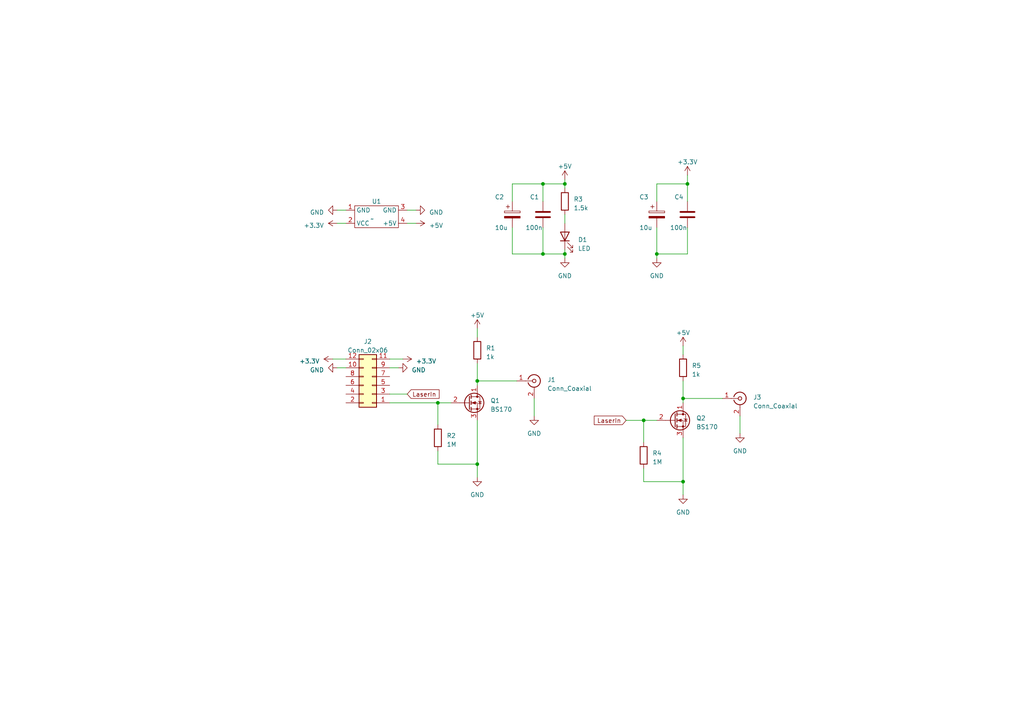
<source format=kicad_sch>
(kicad_sch (version 20230121) (generator eeschema)
  (paper "A4")
  (title_block (title "Laser ON/ OFF") (date "2023-05-25") (company "elektrotechnik2go.de") (comment 1 "Johann Schmid"))
  (lib_symbols
    (symbol "Connector:Conn_Coaxial" (pin_names (offset 1.016) hide)
      (property "Reference" "J" (at 0.254 3.048 0))
      (property "Value" "Conn_Coaxial" (at 2.921 0 90))
      (symbol "Conn_Coaxial_0_1"
        (arc (start -1.778 -0.508) (mid 0.2311 -1.8066) (end 1.778 0) (stroke (width 0.254)))
        (polyline (pts (xy -2.54 0) (xy -0.508 0)))
        (polyline (pts (xy 0 -2.54) (xy 0 -1.778)))
        (circle (center 0 0) (radius 0.508) (stroke (width 0.2032)))
        (arc (start 1.778 0) (mid 0.2099 1.8101) (end -1.778 0.508) (stroke (width 0.254)))
      )
      (symbol "Conn_Coaxial_1_1"
        (pin passive line (at -5.08 0 0) (length 2.54) (name "In") (number "1"))
        (pin passive line (at 0 -5.08 90) (length 2.54) (name "Ext") (number "2"))
      )
    )
    (symbol "Connector_Generic:Conn_02x06_Odd_Even" (pin_names (offset 1.016) hide)
      (property "Reference" "J" (at 1.27 7.62 0))
      (property "Value" "Conn_02x06_Odd_Even" (at 1.27 -10.16 0))
      (symbol "Conn_02x06_Odd_Even_1_1"
        (rectangle (start -1.27 -7.493) (end 0 -7.747) (stroke (width 0.1524)))
        (rectangle (start -1.27 -4.953) (end 0 -5.207) (stroke (width 0.1524)))
        (rectangle (start -1.27 -2.413) (end 0 -2.667) (stroke (width 0.1524)))
        (rectangle (start -1.27 0.127) (end 0 -0.127) (stroke (width 0.1524)))
        (rectangle (start -1.27 2.667) (end 0 2.413) (stroke (width 0.1524)))
        (rectangle (start -1.27 5.207) (end 0 4.953) (stroke (width 0.1524)))
        (rectangle (start -1.27 6.35) (end 3.81 -8.89) (stroke (width 0.254)) (fill (type background)))
        (rectangle (start 3.81 -7.493) (end 2.54 -7.747) (stroke (width 0.1524)))
        (rectangle (start 3.81 -4.953) (end 2.54 -5.207) (stroke (width 0.1524)))
        (rectangle (start 3.81 -2.413) (end 2.54 -2.667) (stroke (width 0.1524)))
        (rectangle (start 3.81 0.127) (end 2.54 -0.127) (stroke (width 0.1524)))
        (rectangle (start 3.81 2.667) (end 2.54 2.413) (stroke (width 0.1524)))
        (rectangle (start 3.81 5.207) (end 2.54 4.953) (stroke (width 0.1524)))
        (pin passive line (at -5.08 5.08 0) (length 3.81) (name "Pin_1") (number "1"))
        (pin passive line (at 7.62 -5.08 180) (length 3.81) (name "Pin_10") (number "10"))
        (pin passive line (at -5.08 -7.62 0) (length 3.81) (name "Pin_11") (number "11"))
        (pin passive line (at 7.62 -7.62 180) (length 3.81) (name "Pin_12") (number "12"))
        (pin passive line (at 7.62 5.08 180) (length 3.81) (name "Pin_2") (number "2"))
        (pin passive line (at -5.08 2.54 0) (length 3.81) (name "Pin_3") (number "3"))
        (pin passive line (at 7.62 2.54 180) (length 3.81) (name "Pin_4") (number "4"))
        (pin passive line (at -5.08 0 0) (length 3.81) (name "Pin_5") (number "5"))
        (pin passive line (at 7.62 0 180) (length 3.81) (name "Pin_6") (number "6"))
        (pin passive line (at -5.08 -2.54 0) (length 3.81) (name "Pin_7") (number "7"))
        (pin passive line (at 7.62 -2.54 180) (length 3.81) (name "Pin_8") (number "8"))
        (pin passive line (at -5.08 -5.08 0) (length 3.81) (name "Pin_9") (number "9"))
      )
    )
    (symbol "Device:C" (pin_numbers hide) (pin_names (offset 0.254))
      (property "Reference" "C" (at 0.635 2.54 0))
      (property "Value" "C" (at 0.635 -2.54 0))
      (symbol "C_0_1"
        (polyline (pts (xy -2.032 -0.762) (xy 2.032 -0.762)) (stroke (width 0.508)))
        (polyline (pts (xy -2.032 0.762) (xy 2.032 0.762)) (stroke (width 0.508)))
      )
      (symbol "C_1_1"
        (pin passive line (at 0 3.81 270) (length 2.794) (name "~") (number "1"))
        (pin passive line (at 0 -3.81 90) (length 2.794) (name "~") (number "2"))
      )
    )
    (symbol "Device:C_Polarized" (pin_numbers hide) (pin_names (offset 0.254))
      (property "Reference" "C" (at 0.635 2.54 0))
      (property "Value" "C_Polarized" (at 0.635 -2.54 0))
      (symbol "C_Polarized_0_1"
        (rectangle (start -2.286 0.508) (end 2.286 1.016))
        (polyline (pts (xy -1.778 2.286) (xy -0.762 2.286)))
        (polyline (pts (xy -1.27 2.794) (xy -1.27 1.778)))
        (rectangle (start 2.286 -0.508) (end -2.286 -1.016) (fill (type outline)))
      )
      (symbol "C_Polarized_1_1"
        (pin passive line (at 0 3.81 270) (length 2.794) (name "~") (number "1"))
        (pin passive line (at 0 -3.81 90) (length 2.794) (name "~") (number "2"))
      )
    )
    (symbol "Device:LED" (pin_numbers hide) (pin_names (offset 1.016) hide)
      (property "Reference" "D" (at 0 2.54 0))
      (property "Value" "LED" (at 0 -2.54 0))
      (symbol "LED_0_1"
        (polyline (pts (xy -1.27 -1.27) (xy -1.27 1.27)) (stroke (width 0.254)))
        (polyline (pts (xy -1.27 0) (xy 1.27 0)))
        (polyline (pts (xy 1.27 -1.27) (xy 1.27 1.27) (xy -1.27 0) (xy 1.27 -1.27)) (stroke (width 0.254)))
        (polyline (pts (xy -3.048 -0.762) (xy -4.572 -2.286) (xy -3.81 -2.286) (xy -4.572 -2.286) (xy -4.572 -1.524)))
        (polyline (pts (xy -1.778 -0.762) (xy -3.302 -2.286) (xy -2.54 -2.286) (xy -3.302 -2.286) (xy -3.302 -1.524)))
      )
      (symbol "LED_1_1"
        (pin passive line (at -3.81 0 0) (length 2.54) (name "K") (number "1"))
        (pin passive line (at 3.81 0 180) (length 2.54) (name "A") (number "2"))
      )
    )
    (symbol "Device:R" (pin_numbers hide) (pin_names (offset 0))
      (property "Reference" "R" (at 2.032 0 90))
      (property "Value" "R" (at 0 0 90))
      (symbol "R_0_1"
        (rectangle (start -1.016 -2.54) (end 1.016 2.54) (stroke (width 0.254)))
      )
      (symbol "R_1_1"
        (pin passive line (at 0 3.81 270) (length 1.27) (name "~") (number "1"))
        (pin passive line (at 0 -3.81 90) (length 1.27) (name "~") (number "2"))
      )
    )
    (symbol "Transistor_FET:BS170" (pin_names hide)
      (property "Reference" "Q" (at 5.08 1.905 0))
      (property "Value" "BS170" (at 5.08 0 0))
      (symbol "BS170_0_1"
        (polyline (pts (xy 0.254 0) (xy -2.54 0)))
        (polyline (pts (xy 0.254 1.905) (xy 0.254 -1.905)) (stroke (width 0.254)))
        (polyline (pts (xy 0.762 -1.27) (xy 0.762 -2.286)) (stroke (width 0.254)))
        (polyline (pts (xy 0.762 0.508) (xy 0.762 -0.508)) (stroke (width 0.254)))
        (polyline (pts (xy 0.762 2.286) (xy 0.762 1.27)) (stroke (width 0.254)))
        (polyline (pts (xy 2.54 2.54) (xy 2.54 1.778)))
        (polyline (pts (xy 2.54 -2.54) (xy 2.54 0) (xy 0.762 0)))
        (polyline (pts (xy 0.762 -1.778) (xy 3.302 -1.778) (xy 3.302 1.778) (xy 0.762 1.778)))
        (polyline (pts (xy 1.016 0) (xy 2.032 0.381) (xy 2.032 -0.381) (xy 1.016 0)) (fill (type outline)))
        (polyline (pts (xy 2.794 0.508) (xy 2.921 0.381) (xy 3.683 0.381) (xy 3.81 0.254)))
        (polyline (pts (xy 3.302 0.381) (xy 2.921 -0.254) (xy 3.683 -0.254) (xy 3.302 0.381)))
        (circle (center 1.651 0) (radius 2.794) (stroke (width 0.254)))
        (circle (center 2.54 -1.778) (radius 0.254) (fill (type outline)))
        (circle (center 2.54 1.778) (radius 0.254) (fill (type outline)))
      )
      (symbol "BS170_1_1"
        (pin passive line (at 2.54 5.08 270) (length 2.54) (name "D") (number "1"))
        (pin input line (at -5.08 0 0) (length 2.54) (name "G") (number "2"))
        (pin passive line (at 2.54 -5.08 90) (length 2.54) (name "S") (number "3"))
      )
    )
    (symbol "power:+3.3V" (power) (pin_names (offset 0))
      (property "Value" "+3.3V" (at 0 3.556 0))
      (symbol "+3.3V_0_1"
        (polyline (pts (xy -0.762 1.27) (xy 0 2.54)))
        (polyline (pts (xy 0 0) (xy 0 2.54)))
        (polyline (pts (xy 0 2.54) (xy 0.762 1.27)))
      )
      (symbol "+3.3V_1_1"
        (pin power_in line (at 0 0 90) (length 0) hide (name "+3.3V") (number "1"))
      )
    )
    (symbol "power:+5V" (power) (pin_names (offset 0))
      (property "Value" "+5V" (at 0 3.556 0))
      (symbol "+5V_0_1"
        (polyline (pts (xy -0.762 1.27) (xy 0 2.54)))
        (polyline (pts (xy 0 0) (xy 0 2.54)))
        (polyline (pts (xy 0 2.54) (xy 0.762 1.27)))
      )
      (symbol "+5V_1_1"
        (pin power_in line (at 0 0 90) (length 0) hide (name "+5V") (number "1"))
      )
    )
    (symbol "power:GND" (power) (pin_names (offset 0))
      (property "Value" "GND" (at 0 -3.81 0))
      (symbol "GND_0_1"
        (polyline (pts (xy 0 0) (xy 0 -1.27) (xy 1.27 -1.27) (xy 0 -2.54) (xy -1.27 -1.27) (xy 0 -1.27)))
      )
      (symbol "GND_1_1"
        (pin power_in line (at 0 0 270) (length 0) hide (name "GND") (number "1"))
      )
    )
    (symbol "tba1-0311:TBA1-0311"
      (property "Reference" "U" (at 0 11.43 0))
      (symbol "TBA1-0311_0_1"
        (rectangle (start -5.08 3.81) (end 7.62 -2.54))
      )
      (symbol "TBA1-0311_1_1"
        (pin power_in line (at -7.62 2.54 0) (length 2.54) (name "GND") (number "1"))
        (pin power_in line (at -7.62 -1.27 0) (length 2.54) (name "VCC") (number "2"))
        (pin power_in line (at 10.16 2.54 180) (length 2.54) (name "GND") (number "3"))
        (pin power_in line (at 10.16 -1.27 180) (length 2.54) (name "+5V") (number "4"))
      )
    )
  )
  (junction (at 157.48 73.66))
  (junction (at 198.12 115.57))
  (junction (at 198.12 139.7))
  (junction (at 190.5 73.66))
  (junction (at 138.43 110.49))
  (junction (at 199.39 53.34))
  (junction (at 138.43 134.62))
  (junction (at 186.69 121.92))
  (junction (at 163.83 53.34))
  (junction (at 127 116.84))
  (junction (at 157.48 53.34))
  (junction (at 163.83 73.66))
  (wire (pts (xy 148.59 73.66) (xy 157.48 73.66)))
  (wire (pts (xy 190.5 58.42) (xy 190.5 53.34)))
  (wire (pts (xy 199.39 66.04) (xy 199.39 73.66)))
  (wire (pts (xy 138.43 105.41) (xy 138.43 110.49)))
  (wire (pts (xy 190.5 73.66) (xy 190.5 74.93)))
  (wire (pts (xy 148.59 58.42) (xy 148.59 53.34)))
  (wire (pts (xy 118.11 60.96) (xy 120.65 60.96)))
  (wire (pts (xy 199.39 53.34) (xy 199.39 58.42)))
  (wire (pts (xy 199.39 50.8) (xy 199.39 53.34)))
  (wire (pts (xy 198.12 115.57) (xy 209.55 115.57)))
  (wire (pts (xy 96.52 104.14) (xy 100.33 104.14)))
  (wire (pts (xy 198.12 127) (xy 198.12 139.7)))
  (wire (pts (xy 157.48 66.04) (xy 157.48 73.66)))
  (wire (pts (xy 198.12 100.33) (xy 198.12 102.87)))
  (wire (pts (xy 97.79 106.68) (xy 100.33 106.68)))
  (wire (pts (xy 190.5 73.66) (xy 199.39 73.66)))
  (wire (pts (xy 118.11 64.77) (xy 120.65 64.77)))
  (wire (pts (xy 198.12 139.7) (xy 198.12 143.51)))
  (wire (pts (xy 181.61 121.92) (xy 186.69 121.92)))
  (wire (pts (xy 157.48 73.66) (xy 163.83 73.66)))
  (wire (pts (xy 113.03 104.14) (xy 116.84 104.14)))
  (wire (pts (xy 138.43 110.49) (xy 149.86 110.49)))
  (wire (pts (xy 186.69 139.7) (xy 198.12 139.7)))
  (wire (pts (xy 190.5 53.34) (xy 199.39 53.34)))
  (wire (pts (xy 138.43 110.49) (xy 138.43 111.76)))
  (wire (pts (xy 130.81 116.84) (xy 127 116.84)))
  (wire (pts (xy 118.11 114.3) (xy 113.03 114.3)))
  (wire (pts (xy 148.59 53.34) (xy 157.48 53.34)))
  (wire (pts (xy 127 130.81) (xy 127 134.62)))
  (wire (pts (xy 190.5 66.04) (xy 190.5 73.66)))
  (wire (pts (xy 154.94 115.57) (xy 154.94 120.65)))
  (wire (pts (xy 138.43 121.92) (xy 138.43 134.62)))
  (wire (pts (xy 97.79 60.96) (xy 100.33 60.96)))
  (wire (pts (xy 157.48 53.34) (xy 163.83 53.34)))
  (wire (pts (xy 186.69 135.89) (xy 186.69 139.7)))
  (wire (pts (xy 214.63 120.65) (xy 214.63 125.73)))
  (wire (pts (xy 198.12 115.57) (xy 198.12 116.84)))
  (wire (pts (xy 163.83 72.39) (xy 163.83 73.66)))
  (wire (pts (xy 148.59 66.04) (xy 148.59 73.66)))
  (wire (pts (xy 113.03 106.68) (xy 115.57 106.68)))
  (wire (pts (xy 113.03 116.84) (xy 127 116.84)))
  (wire (pts (xy 138.43 95.25) (xy 138.43 97.79)))
  (wire (pts (xy 163.83 62.23) (xy 163.83 64.77)))
  (wire (pts (xy 157.48 53.34) (xy 157.48 58.42)))
  (wire (pts (xy 138.43 134.62) (xy 138.43 138.43)))
  (wire (pts (xy 163.83 52.07) (xy 163.83 53.34)))
  (wire (pts (xy 198.12 110.49) (xy 198.12 115.57)))
  (wire (pts (xy 127 134.62) (xy 138.43 134.62)))
  (wire (pts (xy 97.79 64.77) (xy 100.33 64.77)))
  (wire (pts (xy 186.69 121.92) (xy 186.69 128.27)))
  (wire (pts (xy 127 116.84) (xy 127 123.19)))
  (wire (pts (xy 163.83 73.66) (xy 163.83 74.93)))
  (wire (pts (xy 190.5 121.92) (xy 186.69 121.92)))
  (wire (pts (xy 163.83 53.34) (xy 163.83 54.61)))
  (global_label "LaserIn" (shape input) (at 181.61 121.92 180) (property "Intersheetrefs" "${INTERSHEET_REFS}" (effects hide)))
  (global_label "LaserIn" (shape input) (at 118.11 114.3 0) (property "Intersheetrefs" "${INTERSHEET_REFS}" (effects hide)))
  (symbol (lib_id "Device:C") (at 157.48 62.23 0) (unit 1)
    (property "Reference" "C1" (at 153.67 57.15 0) (effects (justify left)))
    (property "Value" "100n" (at 152.4 66.04 0) (effects (justify left)))
    (property "Footprint" "Capacitor_THT:C_Rect_L7.0mm_W6.0mm_P5.00mm" (effects hide))
  )
  (symbol (lib_id "power:+3.3V") (at 97.79 64.77 90) (unit 1)
    (property "Reference" "#PWR07" (effects hide))
    (property "Value" "+3.3V" (at 93.98 65.405 90) (effects (justify left)))
  )
  (symbol (lib_id "Transistor_FET:BS170") (at 135.89 116.84 0) (unit 1)
    (property "Reference" "Q1" (at 142.24 116.205 0) (effects (justify left)))
    (property "Value" "BS170" (at 142.24 118.745 0) (effects (justify left)))
    (property "Footprint" "Package_TO_SOT_THT:TO-92_Inline" (effects hide))
    (property "Datasheet" "https://www.onsemi.com/pub/Collateral/BS170-D.PDF" (effects hide))
  )
  (symbol (lib_id "Device:C_Polarized") (at 190.5 62.23 0) (unit 1)
    (property "Reference" "C3" (at 185.42 57.15 0) (effects (justify left)))
    (property "Value" "10u" (at 185.42 66.04 0) (effects (justify left)))
    (property "Footprint" "Capacitor_THT:CP_Radial_D5.0mm_P2.50mm" (effects hide))
  )
  (symbol (lib_id "power:+5V") (at 163.83 52.07 0) (unit 1)
    (property "Reference" "#PWR012" (effects hide))
    (property "Value" "+5V" (at 163.83 48.26 0))
  )
  (symbol (lib_id "Connector:Conn_Coaxial") (at 214.63 115.57 0) (unit 1)
    (property "Reference" "J3" (at 218.44 115.2282 0) (effects (justify left)))
    (property "Value" "Conn_Coaxial" (at 218.44 117.7682 0) (effects (justify left)))
    (property "Footprint" "Connector_Coaxial:BNC_Amphenol_B6252HB-NPP3G-50_Horizontal" (effects hide))
    (property "Datasheet" " ~" (effects hide))
  )
  (symbol (lib_id "power:+3.3V") (at 96.52 104.14 90) (unit 1)
    (property "Reference" "#PWR06" (effects hide))
    (property "Value" "+3.3V" (at 92.71 104.775 90) (effects (justify left)))
  )
  (symbol (lib_id "Device:R") (at 127 127 0) (unit 1)
    (property "Reference" "R2" (at 129.54 126.365 0) (effects (justify left)))
    (property "Value" "1M" (at 129.54 128.905 0) (effects (justify left)))
    (property "Footprint" "Resistor_THT:R_Axial_DIN0411_L9.9mm_D3.6mm_P20.32mm_Horizontal" (effects hide))
  )
  (symbol (lib_id "Device:R") (at 138.43 101.6 0) (unit 1)
    (property "Reference" "R1" (at 140.97 100.965 0) (effects (justify left)))
    (property "Value" "1k" (at 140.97 103.505 0) (effects (justify left)))
    (property "Footprint" "Resistor_THT:R_Axial_DIN0411_L9.9mm_D3.6mm_P20.32mm_Horizontal" (effects hide))
  )
  (symbol (lib_id "power:GND") (at 97.79 60.96 270) (unit 1)
    (property "Reference" "#PWR08" (effects hide))
    (property "Value" "GND" (at 93.98 61.595 90) (effects (justify right)))
  )
  (symbol (lib_id "Connector_Generic:Conn_02x06_Odd_Even") (at 107.95 111.76 180) (unit 1)
    (property "Reference" "J2" (at 106.68 99.06 0))
    (property "Value" "Conn_02x06" (at 106.68 101.6 0))
    (property "Footprint" "Connector_PinHeader_2.54mm:PinHeader_2x06_P2.54mm_Horizontal" (effects hide))
  )
  (symbol (lib_id "power:GND") (at 190.5 74.93 0) (unit 1)
    (property "Reference" "#PWR017" (effects hide))
    (property "Value" "GND" (at 190.5 80.01 0))
  )
  (symbol (lib_id "power:+3.3V") (at 116.84 104.14 270) (unit 1)
    (property "Reference" "#PWR05" (effects hide))
    (property "Value" "+3.3V" (at 120.65 104.775 90) (effects (justify left)))
  )
  (symbol (lib_id "Device:C_Polarized") (at 148.59 62.23 0) (unit 1)
    (property "Reference" "C2" (at 143.51 57.15 0) (effects (justify left)))
    (property "Value" "10u" (at 143.51 66.04 0) (effects (justify left)))
    (property "Footprint" "Capacitor_THT:CP_Radial_D5.0mm_P2.50mm" (effects hide))
  )
  (symbol (lib_id "power:GND") (at 154.94 120.65 0) (unit 1)
    (property "Reference" "#PWR02" (effects hide))
    (property "Value" "GND" (at 154.94 125.73 0))
  )
  (symbol (lib_id "power:+3.3V") (at 199.39 50.8 0) (unit 1)
    (property "Reference" "#PWR018" (effects hide))
    (property "Value" "+3.3V" (at 199.39 46.99 0))
  )
  (symbol (lib_id "power:+5V") (at 138.43 95.25 0) (unit 1)
    (property "Reference" "#PWR011" (effects hide))
    (property "Value" "+5V" (at 138.43 91.44 0))
  )
  (symbol (lib_id "Connector:Conn_Coaxial") (at 154.94 110.49 0) (unit 1)
    (property "Reference" "J1" (at 158.75 110.1482 0) (effects (justify left)))
    (property "Value" "Conn_Coaxial" (at 158.75 112.6882 0) (effects (justify left)))
    (property "Footprint" "Connector_Coaxial:BNC_Amphenol_B6252HB-NPP3G-50_Horizontal" (effects hide))
    (property "Datasheet" " ~" (effects hide))
  )
  (symbol (lib_id "power:GND") (at 97.79 106.68 270) (unit 1)
    (property "Reference" "#PWR04" (effects hide))
    (property "Value" "GND" (at 93.98 107.315 90) (effects (justify right)))
  )
  (symbol (lib_id "power:GND") (at 120.65 60.96 90) (unit 1)
    (property "Reference" "#PWR09" (effects hide))
    (property "Value" "GND" (at 124.46 61.595 90) (effects (justify right)))
  )
  (symbol (lib_id "power:+5V") (at 198.12 100.33 0) (unit 1)
    (property "Reference" "#PWR014" (effects hide))
    (property "Value" "+5V" (at 198.12 96.52 0))
  )
  (symbol (lib_id "power:+5V") (at 120.65 64.77 270) (unit 1)
    (property "Reference" "#PWR010" (effects hide))
    (property "Value" "+5V" (at 124.46 65.405 90) (effects (justify left)))
  )
  (symbol (lib_id "power:GND") (at 115.57 106.68 90) (unit 1)
    (property "Reference" "#PWR03" (effects hide))
    (property "Value" "GND" (at 119.38 107.315 90) (effects (justify right)))
  )
  (symbol (lib_id "Device:R") (at 163.83 58.42 0) (unit 1)
    (property "Reference" "R3" (at 166.37 57.785 0) (effects (justify left)))
    (property "Value" "1.5k" (at 166.37 60.325 0) (effects (justify left)))
    (property "Footprint" "Resistor_THT:R_Axial_DIN0411_L9.9mm_D3.6mm_P20.32mm_Horizontal" (effects hide))
  )
  (symbol (lib_id "tba1-0311:TBA1-0311") (at 107.95 63.5 0) (unit 1)
    (property "Reference" "U1" (at 109.22 58.42 0))
    (property "Value" "~" (at 107.95 63.5 0))
    (property "Footprint" "tba1-0311:tba1-0311" (effects hide))
  )
  (symbol (lib_id "Device:R") (at 186.69 132.08 0) (unit 1)
    (property "Reference" "R4" (at 189.23 131.445 0) (effects (justify left)))
    (property "Value" "1M" (at 189.23 133.985 0) (effects (justify left)))
    (property "Footprint" "Resistor_THT:R_Axial_DIN0411_L9.9mm_D3.6mm_P20.32mm_Horizontal" (effects hide))
  )
  (symbol (lib_id "Device:C") (at 199.39 62.23 0) (unit 1)
    (property "Reference" "C4" (at 195.58 57.15 0) (effects (justify left)))
    (property "Value" "100n" (at 194.31 66.04 0) (effects (justify left)))
    (property "Footprint" "Capacitor_THT:C_Rect_L7.0mm_W6.0mm_P5.00mm" (effects hide))
  )
  (symbol (lib_id "Device:R") (at 198.12 106.68 0) (unit 1)
    (property "Reference" "R5" (at 200.66 106.045 0) (effects (justify left)))
    (property "Value" "1k" (at 200.66 108.585 0) (effects (justify left)))
    (property "Footprint" "Resistor_THT:R_Axial_DIN0411_L9.9mm_D3.6mm_P20.32mm_Horizontal" (effects hide))
  )
  (symbol (lib_id "Transistor_FET:BS170") (at 195.58 121.92 0) (unit 1)
    (property "Reference" "Q2" (at 201.93 121.285 0) (effects (justify left)))
    (property "Value" "BS170" (at 201.93 123.825 0) (effects (justify left)))
    (property "Footprint" "Package_TO_SOT_THT:TO-92_Inline" (effects hide))
    (property "Datasheet" "https://www.onsemi.com/pub/Collateral/BS170-D.PDF" (effects hide))
  )
  (symbol (lib_id "power:GND") (at 163.83 74.93 0) (unit 1)
    (property "Reference" "#PWR013" (effects hide))
    (property "Value" "GND" (at 163.83 80.01 0))
  )
  (symbol (lib_id "power:GND") (at 138.43 138.43 0) (unit 1)
    (property "Reference" "#PWR01" (effects hide))
    (property "Value" "GND" (at 138.43 143.51 0))
  )
  (symbol (lib_id "power:GND") (at 214.63 125.73 0) (unit 1)
    (property "Reference" "#PWR016" (effects hide))
    (property "Value" "GND" (at 214.63 130.81 0))
  )
  (symbol (lib_id "Device:LED") (at 163.83 68.58 90) (unit 1)
    (property "Reference" "D1" (at 167.64 69.5325 90) (effects (justify right)))
    (property "Value" "LED" (at 167.64 72.0725 90) (effects (justify right)))
    (property "Footprint" "LED_THT:LED_D3.0mm" (effects hide))
  )
  (symbol (lib_id "power:GND") (at 198.12 143.51 0) (unit 1)
    (property "Reference" "#PWR015" (effects hide))
    (property "Value" "GND" (at 198.12 148.59 0))
  )
)
</source>
